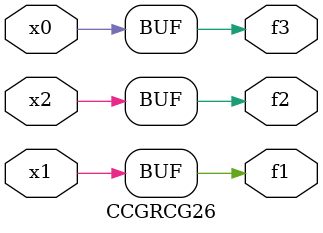
<source format=v>
module CCGRCG26(
	input x0, x1, x2,
	output f1, f2, f3
);
	assign f1 = x1;
	assign f2 = x2;
	assign f3 = x0;
endmodule

</source>
